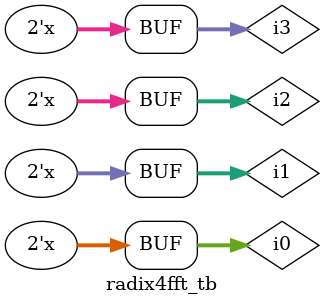
<source format=v>
`timescale 1ns / 1ps


module radix4fft_tb;

	// Inputs
	reg [1:0] i0;
	reg [1:0] i1;
	reg [1:0] i2;
	reg [1:0] i3;

	// Outputs
	wire [3:0] e;
	wire [3:0] ei;
	wire [3:0] f;
	wire [3:0] fi;
	wire [3:0] g;
	wire [3:0] gi;
	wire [3:0] h;
	wire [3:0] hi;

	// Instantiate the Unit Under Test (UUT)
	four_fft uut (
		.i0(i0), 
		.i1(i1), 
		.i2(i2), 
		.i3(i3), 
		.e(e), 
		.ei(ei), 
		.f(f), 
		.fi(fi), 
		.g(g), 
		.gi(gi), 
		.h(h), 
		.hi(hi)
	);

	initial begin
		// Initialize Inputs
		i0 = 0;
		i1 = 0;
		i2 = 0;
		i3 = 0;
	end
	
	   always #1 i0[0]=~i0[0];
		always #2 i0[1]=~i0[1];
		always #4 i1[0]=~i1[0];
		always #8 i1[1]=~i1[1];
      always #16 i2[0]=~i2[0];
		always #32 i2[1]=~i2[1];
		always #64 i3[0]=~i3[0];
		always #128 i3[1]=~i3[1];
      
endmodule


</source>
